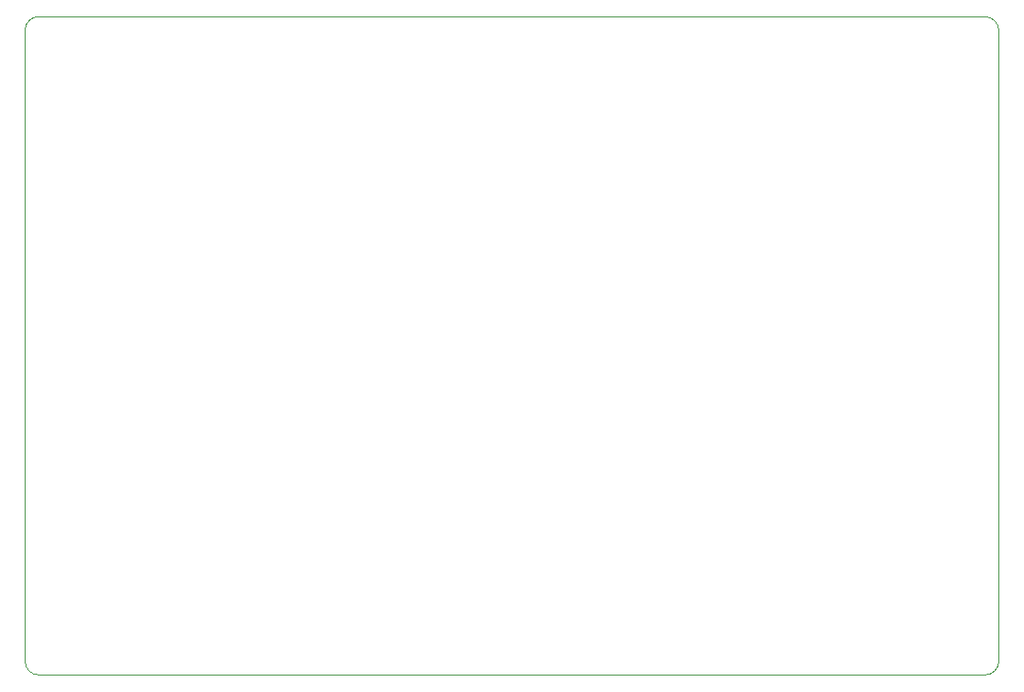
<source format=gbr>
%TF.GenerationSoftware,KiCad,Pcbnew,7.0.7*%
%TF.CreationDate,2023-09-28T16:33:33-05:00*%
%TF.ProjectId,CatLasers,4361744c-6173-4657-9273-2e6b69636164,rev?*%
%TF.SameCoordinates,Original*%
%TF.FileFunction,Profile,NP*%
%FSLAX46Y46*%
G04 Gerber Fmt 4.6, Leading zero omitted, Abs format (unit mm)*
G04 Created by KiCad (PCBNEW 7.0.7) date 2023-09-28 16:33:33*
%MOMM*%
%LPD*%
G01*
G04 APERTURE LIST*
%TA.AperFunction,Profile*%
%ADD10C,0.100000*%
%TD*%
G04 APERTURE END LIST*
D10*
X45720000Y-78740000D02*
X45703426Y-20320000D01*
X134620000Y-80010000D02*
X46990000Y-80010000D01*
X135890000Y-20320000D02*
X135890000Y-78740000D01*
X46990000Y-19033426D02*
X134620000Y-19050000D01*
X46990000Y-19033426D02*
G75*
G03*
X45703426Y-20320000I0J-1286574D01*
G01*
X45720000Y-78740000D02*
G75*
G03*
X46990000Y-80010000I1270000J0D01*
G01*
X134620000Y-80010000D02*
G75*
G03*
X135890000Y-78740000I0J1270000D01*
G01*
X135890000Y-20320000D02*
G75*
G03*
X134620000Y-19050000I-1270000J0D01*
G01*
M02*

</source>
